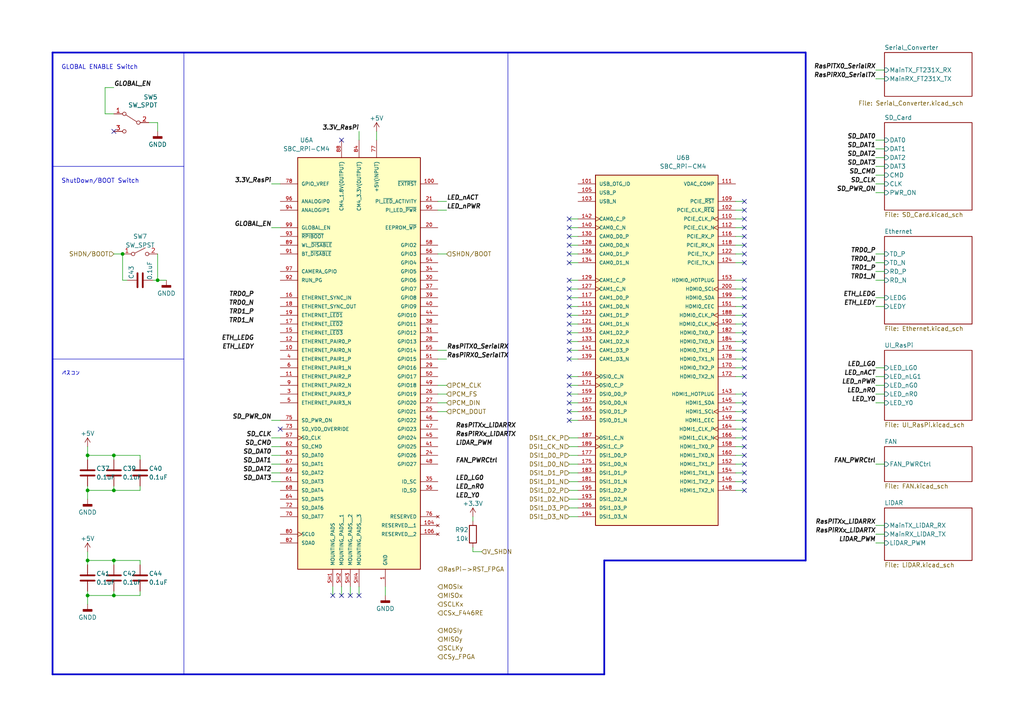
<source format=kicad_sch>
(kicad_sch (version 20230121) (generator eeschema)
  (paper "A4")
  (junction (at 35.56 73.66))
  (junction (at 33.02 172.72))
  (junction (at 25.4 142.24))
  (junction (at 25.4 172.72))
  (junction (at 25.4 162.56))
  (junction (at 33.02 162.56))
  (junction (at 33.02 142.24))
  (junction (at 33.02 132.08))
  (junction (at 25.4 132.08))
  (junction (at 45.72 81.28))
  (no_connect (at 215.9 116.84))
  (no_connect (at 215.9 119.38))
  (no_connect (at 215.9 101.6))
  (no_connect (at 215.9 66.04))
  (no_connect (at 165.1 116.84))
  (no_connect (at 215.9 106.68))
  (no_connect (at 215.9 83.82))
  (no_connect (at 101.6 172.72))
  (no_connect (at 99.06 172.72))
  (no_connect (at 215.9 127))
  (no_connect (at 33.02 38.1))
  (no_connect (at 215.9 99.06))
  (no_connect (at 215.9 86.36))
  (no_connect (at 215.9 114.3))
  (no_connect (at 215.9 81.28))
  (no_connect (at 165.1 81.28))
  (no_connect (at 165.1 66.04))
  (no_connect (at 81.28 124.46))
  (no_connect (at 96.52 172.72))
  (no_connect (at 165.1 71.12))
  (no_connect (at 215.9 109.22))
  (no_connect (at 165.1 91.44))
  (no_connect (at 215.9 139.7))
  (no_connect (at 165.1 86.36))
  (no_connect (at 165.1 99.06))
  (no_connect (at 165.1 101.6))
  (no_connect (at 165.1 119.38))
  (no_connect (at 215.9 96.52))
  (no_connect (at 165.1 76.2))
  (no_connect (at 165.1 114.3))
  (no_connect (at 215.9 137.16))
  (no_connect (at 215.9 142.24))
  (no_connect (at 215.9 104.14))
  (no_connect (at 165.1 109.22))
  (no_connect (at 215.9 76.2))
  (no_connect (at 215.9 124.46))
  (no_connect (at 165.1 104.14))
  (no_connect (at 215.9 121.92))
  (no_connect (at 215.9 71.12))
  (no_connect (at 165.1 111.76))
  (no_connect (at 215.9 68.58))
  (no_connect (at 165.1 73.66))
  (no_connect (at 215.9 129.54))
  (no_connect (at 215.9 91.44))
  (no_connect (at 215.9 60.96))
  (no_connect (at 215.9 63.5))
  (no_connect (at 215.9 132.08))
  (no_connect (at 215.9 58.42))
  (no_connect (at 165.1 121.92))
  (no_connect (at 165.1 68.58))
  (no_connect (at 99.06 40.64))
  (no_connect (at 215.9 88.9))
  (no_connect (at 165.1 93.98))
  (no_connect (at 165.1 63.5))
  (no_connect (at 104.14 172.72))
  (no_connect (at 165.1 83.82))
  (no_connect (at 165.1 96.52))
  (no_connect (at 215.9 73.66))
  (no_connect (at 165.1 88.9))
  (no_connect (at 215.9 93.98))
  (no_connect (at 215.9 134.62))
  (wire (pts (xy 213.36 99.06) (xy 215.9 99.06)))
  (wire (pts (xy 165.1 129.54) (xy 167.64 129.54)))
  (wire (pts (xy 254 78.74) (xy 256.54 78.74)))
  (wire (pts (xy 254 50.8) (xy 256.54 50.8)))
  (wire (pts (xy 254 81.28) (xy 256.54 81.28)))
  (wire (pts (xy 254 152.4) (xy 256.54 152.4)))
  (wire (pts (xy 25.4 142.24) (xy 25.4 144.78)))
  (wire (pts (xy 127 60.96) (xy 129.54 60.96)))
  (wire (pts (xy 254 22.86) (xy 256.54 22.86)))
  (wire (pts (xy 254 86.36) (xy 256.54 86.36)))
  (wire (pts (xy 33.02 162.56) (xy 40.64 162.56)))
  (wire (pts (xy 165.1 66.04) (xy 167.64 66.04)))
  (wire (pts (xy 165.1 134.62) (xy 167.64 134.62)))
  (wire (pts (xy 165.1 104.14) (xy 167.64 104.14)))
  (wire (pts (xy 25.4 171.45) (xy 25.4 172.72)))
  (wire (pts (xy 165.1 149.86) (xy 167.64 149.86)))
  (wire (pts (xy 78.74 137.16) (xy 81.28 137.16)))
  (wire (pts (xy 43.18 35.56) (xy 45.72 35.56)))
  (wire (pts (xy 127 101.6) (xy 129.54 101.6)))
  (wire (pts (xy 165.1 83.82) (xy 167.64 83.82)))
  (wire (pts (xy 33.02 132.08) (xy 40.64 132.08)))
  (wire (pts (xy 127 111.76) (xy 129.54 111.76)))
  (wire (pts (xy 33.02 73.66) (xy 35.56 73.66)))
  (wire (pts (xy 45.72 73.66) (xy 45.72 81.28)))
  (wire (pts (xy 213.36 106.68) (xy 215.9 106.68)))
  (wire (pts (xy 101.6 170.18) (xy 101.6 172.72)))
  (wire (pts (xy 45.72 81.28) (xy 48.26 81.28)))
  (wire (pts (xy 33.02 142.24) (xy 40.64 142.24)))
  (wire (pts (xy 40.64 171.45) (xy 40.64 172.72)))
  (wire (pts (xy 137.16 160.02) (xy 139.7 160.02)))
  (wire (pts (xy 78.74 127) (xy 81.28 127)))
  (wire (pts (xy 213.36 129.54) (xy 215.9 129.54)))
  (wire (pts (xy 213.36 132.08) (xy 215.9 132.08)))
  (wire (pts (xy 213.36 137.16) (xy 215.9 137.16)))
  (wire (pts (xy 165.1 93.98) (xy 167.64 93.98)))
  (wire (pts (xy 213.36 139.7) (xy 215.9 139.7)))
  (wire (pts (xy 45.72 81.28) (xy 44.45 81.28)))
  (wire (pts (xy 25.4 140.97) (xy 25.4 142.24)))
  (wire (pts (xy 165.1 121.92) (xy 167.64 121.92)))
  (wire (pts (xy 165.1 114.3) (xy 167.64 114.3)))
  (wire (pts (xy 127 104.14) (xy 129.54 104.14)))
  (wire (pts (xy 165.1 101.6) (xy 167.64 101.6)))
  (wire (pts (xy 213.36 86.36) (xy 215.9 86.36)))
  (wire (pts (xy 213.36 68.58) (xy 215.9 68.58)))
  (polyline (pts (xy 175.26 162.56) (xy 233.68 162.56)) (stroke (width 0.5) (type solid)))
  (wire (pts (xy 165.1 144.78) (xy 167.64 144.78)))
  (polyline (pts (xy 15.24 15.24) (xy 233.68 15.24)) (stroke (width 0.5) (type solid)))
  (wire (pts (xy 25.4 162.56) (xy 25.4 163.83)))
  (wire (pts (xy 213.36 76.2) (xy 215.9 76.2)))
  (wire (pts (xy 78.74 66.04) (xy 81.28 66.04)))
  (wire (pts (xy 78.74 134.62) (xy 81.28 134.62)))
  (wire (pts (xy 33.02 172.72) (xy 40.64 172.72)))
  (wire (pts (xy 78.74 129.54) (xy 81.28 129.54)))
  (wire (pts (xy 165.1 127) (xy 167.64 127)))
  (wire (pts (xy 35.56 81.28) (xy 36.83 81.28)))
  (polyline (pts (xy 147.32 15.24) (xy 147.32 195.58)) (stroke (width 0) (type solid)))
  (wire (pts (xy 165.1 119.38) (xy 167.64 119.38)))
  (wire (pts (xy 213.36 142.24) (xy 215.9 142.24)))
  (wire (pts (xy 213.36 96.52) (xy 215.9 96.52)))
  (wire (pts (xy 254 20.32) (xy 256.54 20.32)))
  (polyline (pts (xy 175.26 195.58) (xy 175.26 162.56)) (stroke (width 0.5) (type solid)))
  (wire (pts (xy 104.14 170.18) (xy 104.14 172.72)))
  (wire (pts (xy 165.1 142.24) (xy 167.64 142.24)))
  (wire (pts (xy 165.1 91.44) (xy 167.64 91.44)))
  (wire (pts (xy 254 43.18) (xy 256.54 43.18)))
  (wire (pts (xy 213.36 88.9) (xy 215.9 88.9)))
  (polyline (pts (xy 53.34 104.14) (xy 15.24 104.14)) (stroke (width 0) (type solid)))
  (wire (pts (xy 165.1 99.06) (xy 167.64 99.06)))
  (wire (pts (xy 33.02 132.08) (xy 33.02 133.35)))
  (wire (pts (xy 165.1 116.84) (xy 167.64 116.84)))
  (wire (pts (xy 127 119.38) (xy 129.54 119.38)))
  (wire (pts (xy 213.36 91.44) (xy 215.9 91.44)))
  (wire (pts (xy 25.4 129.54) (xy 25.4 132.08)))
  (polyline (pts (xy 53.34 15.24) (xy 53.34 195.58)) (stroke (width 0) (type solid)))
  (wire (pts (xy 254 134.62) (xy 256.54 134.62)))
  (wire (pts (xy 254 48.26) (xy 256.54 48.26)))
  (wire (pts (xy 254 53.34) (xy 256.54 53.34)))
  (wire (pts (xy 254 76.2) (xy 256.54 76.2)))
  (wire (pts (xy 213.36 73.66) (xy 215.9 73.66)))
  (wire (pts (xy 40.64 140.97) (xy 40.64 142.24)))
  (wire (pts (xy 99.06 170.18) (xy 99.06 172.72)))
  (wire (pts (xy 165.1 73.66) (xy 167.64 73.66)))
  (wire (pts (xy 213.36 63.5) (xy 215.9 63.5)))
  (wire (pts (xy 213.36 116.84) (xy 215.9 116.84)))
  (wire (pts (xy 78.74 121.92) (xy 81.28 121.92)))
  (wire (pts (xy 254 111.76) (xy 256.54 111.76)))
  (wire (pts (xy 213.36 104.14) (xy 215.9 104.14)))
  (wire (pts (xy 213.36 124.46) (xy 215.9 124.46)))
  (wire (pts (xy 33.02 172.72) (xy 33.02 171.45)))
  (wire (pts (xy 213.36 93.98) (xy 215.9 93.98)))
  (wire (pts (xy 213.36 101.6) (xy 215.9 101.6)))
  (wire (pts (xy 25.4 142.24) (xy 33.02 142.24)))
  (wire (pts (xy 137.16 158.75) (xy 137.16 160.02)))
  (wire (pts (xy 33.02 162.56) (xy 33.02 163.83)))
  (wire (pts (xy 213.36 60.96) (xy 215.9 60.96)))
  (wire (pts (xy 254 116.84) (xy 256.54 116.84)))
  (wire (pts (xy 33.02 25.4) (xy 30.48 25.4)))
  (wire (pts (xy 165.1 111.76) (xy 167.64 111.76)))
  (wire (pts (xy 165.1 96.52) (xy 167.64 96.52)))
  (wire (pts (xy 25.4 162.56) (xy 33.02 162.56)))
  (wire (pts (xy 35.56 73.66) (xy 35.56 81.28)))
  (wire (pts (xy 165.1 137.16) (xy 167.64 137.16)))
  (wire (pts (xy 213.36 109.22) (xy 215.9 109.22)))
  (wire (pts (xy 127 73.66) (xy 129.54 73.66)))
  (wire (pts (xy 213.36 127) (xy 215.9 127)))
  (wire (pts (xy 254 88.9) (xy 256.54 88.9)))
  (wire (pts (xy 254 157.48) (xy 256.54 157.48)))
  (wire (pts (xy 213.36 83.82) (xy 215.9 83.82)))
  (wire (pts (xy 40.64 162.56) (xy 40.64 163.83)))
  (polyline (pts (xy 53.34 48.26) (xy 15.24 48.26)) (stroke (width 0) (type solid)))
  (wire (pts (xy 127 116.84) (xy 129.54 116.84)))
  (wire (pts (xy 165.1 81.28) (xy 167.64 81.28)))
  (wire (pts (xy 213.36 119.38) (xy 215.9 119.38)))
  (wire (pts (xy 45.72 38.1) (xy 45.72 35.56)))
  (wire (pts (xy 165.1 147.32) (xy 167.64 147.32)))
  (wire (pts (xy 213.36 71.12) (xy 215.9 71.12)))
  (wire (pts (xy 213.36 66.04) (xy 215.9 66.04)))
  (polyline (pts (xy 233.68 162.56) (xy 233.68 15.24)) (stroke (width 0.5) (type solid)))
  (wire (pts (xy 213.36 134.62) (xy 215.9 134.62)))
  (wire (pts (xy 109.22 38.1) (xy 109.22 40.64)))
  (wire (pts (xy 254 45.72) (xy 256.54 45.72)))
  (wire (pts (xy 40.64 132.08) (xy 40.64 133.35)))
  (wire (pts (xy 96.52 170.18) (xy 96.52 172.72)))
  (wire (pts (xy 25.4 172.72) (xy 25.4 175.26)))
  (wire (pts (xy 254 73.66) (xy 256.54 73.66)))
  (wire (pts (xy 213.36 81.28) (xy 215.9 81.28)))
  (wire (pts (xy 213.36 121.92) (xy 215.9 121.92)))
  (wire (pts (xy 165.1 132.08) (xy 167.64 132.08)))
  (wire (pts (xy 254 55.88) (xy 256.54 55.88)))
  (wire (pts (xy 25.4 172.72) (xy 33.02 172.72)))
  (wire (pts (xy 165.1 88.9) (xy 167.64 88.9)))
  (polyline (pts (xy 15.24 195.58) (xy 175.26 195.58)) (stroke (width 0.5) (type solid)))
  (wire (pts (xy 30.48 25.4) (xy 30.48 33.02)))
  (wire (pts (xy 254 154.94) (xy 256.54 154.94)))
  (wire (pts (xy 78.74 132.08) (xy 81.28 132.08)))
  (wire (pts (xy 254 109.22) (xy 256.54 109.22)))
  (wire (pts (xy 254 114.3) (xy 256.54 114.3)))
  (wire (pts (xy 137.16 149.86) (xy 137.16 151.13)))
  (wire (pts (xy 165.1 76.2) (xy 167.64 76.2)))
  (wire (pts (xy 104.14 38.1) (xy 104.14 40.64)))
  (wire (pts (xy 78.74 53.34) (xy 81.28 53.34)))
  (wire (pts (xy 213.36 114.3) (xy 215.9 114.3)))
  (wire (pts (xy 25.4 160.02) (xy 25.4 162.56)))
  (wire (pts (xy 165.1 109.22) (xy 167.64 109.22)))
  (wire (pts (xy 111.76 170.18) (xy 111.76 172.72)))
  (wire (pts (xy 165.1 71.12) (xy 167.64 71.12)))
  (wire (pts (xy 30.48 33.02) (xy 33.02 33.02)))
  (polyline (pts (xy 15.24 15.24) (xy 15.24 195.58)) (stroke (width 0.5) (type solid)))
  (wire (pts (xy 165.1 139.7) (xy 167.64 139.7)))
  (wire (pts (xy 25.4 132.08) (xy 33.02 132.08)))
  (wire (pts (xy 254 106.68) (xy 256.54 106.68)))
  (wire (pts (xy 25.4 132.08) (xy 25.4 133.35)))
  (wire (pts (xy 127 114.3) (xy 129.54 114.3)))
  (wire (pts (xy 127 58.42) (xy 129.54 58.42)))
  (wire (pts (xy 254 40.64) (xy 256.54 40.64)))
  (wire (pts (xy 165.1 63.5) (xy 167.64 63.5)))
  (wire (pts (xy 213.36 58.42) (xy 215.9 58.42)))
  (wire (pts (xy 78.74 139.7) (xy 81.28 139.7)))
  (wire (pts (xy 165.1 86.36) (xy 167.64 86.36)))
  (wire (pts (xy 165.1 68.58) (xy 167.64 68.58)))
  (wire (pts (xy 33.02 140.97) (xy 33.02 142.24)))
  (text "GLOBAL_EN\nSHDN/BOOT(GPIO3)\nV_SHDN(電圧監視SHDN)" (at 88.9 -2.54 0) (effects (font (size 5.56 5.56)) (justify left bottom)))
  (text "GLOBAL ENABLE Switch" (at 17.78 20.32 0) (effects (font (size 1.27 1.27)) (justify left bottom)))
  (text "ShutDown/BOOT Switch" (at 17.78 53.34 0) (effects (font (size 1.27 1.27)) (justify left bottom)))
  (text "パスコン" (at 17.78 109.22 0) (effects (font (size 1.27 1.27)) (justify left bottom)))
  (label "LED_nPWR" (at 129.54 60.96 0) (effects (font (thickness 0.254) bold italic)))
  (label "LED_nR0" (at 254 114.3 180) (effects (font (thickness 0.254) bold italic)))
  (label "SD_DAT1" (at 78.74 134.62 180) (effects (font (thickness 0.254) bold italic)))
  (label "SD_DAT0" (at 78.74 132.08 180) (effects (font (thickness 0.254) bold italic)))
  (label "TRD0_P" (at 73.66 86.36 180) (effects (font (thickness 0.254) bold italic)))
  (label "LED_nR0" (at 132.08 142.24 0) (effects (font (thickness 0.254) bold italic)))
  (label "SD_DAT3" (at 78.74 139.7 180) (effects (font (thickness 0.254) bold italic)))
  (label "GLOBAL_EN" (at 78.74 66.04 180) (effects (font (thickness 0.254) bold italic)))
  (label "3.3V_RasPi" (at 78.74 53.34 180) (effects (font (thickness 0.254) bold italic)))
  (label "RasPiTXx_LiDARRX" (at 254 152.4 180) (effects (font (thickness 0.254) bold italic)))
  (label "TRD1_N" (at 254 81.28 180) (effects (font (thickness 0.254) bold italic)))
  (label "SD_CLK" (at 78.74 127 180) (effects (font (thickness 0.254) bold italic)))
  (label "ETH_LEDG" (at 254 86.36 180) (effects (font (thickness 0.254) bold italic)))
  (label "RasPiRX0_SerialTX" (at 254 22.86 180) (effects (font (thickness 0.254) bold italic)))
  (label "TRD0_N" (at 73.66 88.9 180) (effects (font (thickness 0.254) bold italic)))
  (label "SD_DAT1" (at 254 43.18 180) (effects (font (thickness 0.254) bold italic)))
  (label "FAN_PWRCtrl" (at 254 134.62 180) (effects (font (thickness 0.254) bold italic)))
  (label "3.3V_RasPi" (at 104.14 38.1 180) (effects (font (thickness 0.254) bold italic)))
  (label "ETH_LEDG" (at 73.66 99.06 180) (effects (font (thickness 0.254) bold italic)))
  (label "SD_DAT0" (at 254 40.64 180) (effects (font (thickness 0.254) bold italic)))
  (label "TRD0_P" (at 254 73.66 180) (effects (font (thickness 0.254) bold italic)))
  (label "FAN_PWRCtrl" (at 132.08 134.62 0) (effects (font (thickness 0.254) bold italic)))
  (label "RasPiRXx_LiDARTX" (at 132.08 127 0) (effects (font (thickness 0.254) bold italic)))
  (label "GLOBAL_EN" (at 33.02 25.4 0) (effects (font (thickness 0.254) bold italic)))
  (label "LiDAR_PWM" (at 254 157.48 180) (effects (font (thickness 0.254) bold italic)))
  (label "LiDAR_PWM" (at 132.08 129.54 0) (effects (font (thickness 0.254) bold italic)))
  (label "RasPiTXx_LiDARRX" (at 132.08 124.46 0) (effects (font (thickness 0.254) bold italic)))
  (label "TRD1_P" (at 73.66 91.44 180) (effects (font (thickness 0.254) bold italic)))
  (label "TRD1_N" (at 73.66 93.98 180) (effects (font (thickness 0.254) bold italic)))
  (label "SD_PWR_ON" (at 78.74 121.92 180) (effects (font (thickness 0.254) bold italic)))
  (label "SD_CMD" (at 78.74 129.54 180) (effects (font (thickness 0.254) bold italic)))
  (label "SD_CMD" (at 254 50.8 180) (effects (font (thickness 0.254) bold italic)))
  (label "SD_DAT3" (at 254 48.26 180) (effects (font (thickness 0.254) bold italic)))
  (label "ETH_LEDY" (at 73.66 101.6 180) (effects (font (thickness 0.254) bold italic)))
  (label "RasPiRX0_SerialTX" (at 129.54 104.14 0) (effects (font (thickness 0.254) bold italic)))
  (label "TRD0_N" (at 254 76.2 180) (effects (font (thickness 0.254) bold italic)))
  (label "SD_DAT2" (at 78.74 137.16 180) (effects (font (thickness 0.254) bold italic)))
  (label "RasPiTX0_SerialRX" (at 129.54 101.6 0) (effects (font (thickness 0.254) bold italic)))
  (label "RasPiRXx_LiDARTX" (at 254 154.94 180) (effects (font (thickness 0.254) bold italic)))
  (label "SD_CLK" (at 254 53.34 180) (effects (font (thickness 0.254) bold italic)))
  (label "SD_DAT2" (at 254 45.72 180) (effects (font (thickness 0.254) bold italic)))
  (label "SD_PWR_ON" (at 254 55.88 180) (effects (font (thickness 0.254) bold italic)))
  (label "ETH_LEDY" (at 254 88.9 180) (effects (font (thickness 0.254) bold italic)))
  (label "TRD1_P" (at 254 78.74 180) (effects (font (thickness 0.254) bold italic)))
  (label "LED_nACT" (at 129.54 58.42 0) (effects (font (thickness 0.254) bold italic)))
  (label "LED_nACT" (at 254 109.22 180) (effects (font (thickness 0.254) bold italic)))
  (label "LED_Y0" (at 132.08 144.78 0) (effects (font (thickness 0.254) bold italic)))
  (label "LED_LG0" (at 132.08 139.7 0) (effects (font (thickness 0.254) bold italic)))
  (label "LED_LG0" (at 254 106.68 180) (effects (font (thickness 0.254) bold italic)))
  (label "LED_nPWR" (at 254 111.76 180) (effects (font (thickness 0.254) bold italic)))
  (label "LED_Y0" (at 254 116.84 180) (effects (font (thickness 0.254) bold italic)))
  (label "RasPiTX0_SerialRX" (at 254 20.32 180) (effects (font (thickness 0.254) bold italic)))
  (hierarchical_label "PCM_DIN" (shape input) (at 129.54 116.84 0))
  (hierarchical_label "MISOx" (shape input) (at 127 172.72 0))
  (hierarchical_label "MOSIx" (shape input) (at 127 170.18 0))
  (hierarchical_label "DSI1_D3_N" (shape input) (at 165.1 149.86 180))
  (hierarchical_label "DSI1_CK_P" (shape input) (at 165.1 127 180))
  (hierarchical_label "PCM_CLK" (shape input) (at 129.54 111.76 0))
  (hierarchical_label "DSI1_D1_P" (shape input) (at 165.1 137.16 180))
  (hierarchical_label "DSI1_D2_N" (shape input) (at 165.1 144.78 180))
  (hierarchical_label "SCLKy" (shape input) (at 127 187.96 0))
  (hierarchical_label "PCM_FS" (shape input) (at 129.54 114.3 0))
  (hierarchical_label "DSI1_D0_P" (shape input) (at 165.1 132.08 180))
  (hierarchical_label "MOSIy" (shape input) (at 127 182.88 0))
  (hierarchical_label "SHDN{slash}BOOT" (shape input) (at 129.54 73.66 0))
  (hierarchical_label "DSI1_D1_N" (shape input) (at 165.1 139.7 180))
  (hierarchical_label "RasPi->RST_FPGA" (shape input) (at 127 165.1 0))
  (hierarchical_label "PCM_DOUT" (shape input) (at 129.54 119.38 0))
  (hierarchical_label "CSy_FPGA" (shape input) (at 127 190.5 0))
  (hierarchical_label "DSI1_D3_P" (shape input) (at 165.1 147.32 180))
  (hierarchical_label "DSI1_CK_N" (shape input) (at 165.1 129.54 180))
  (hierarchical_label "V_SHDN" (shape input) (at 139.7 160.02 0))
  (hierarchical_label "DSI1_D0_N" (shape input) (at 165.1 134.62 180))
  (hierarchical_label "MISOy" (shape input) (at 127 185.42 0))
  (hierarchical_label "SCLKx" (shape input) (at 127 175.26 0))
  (hierarchical_label "CSx_F446RE" (shape input) (at 127 177.8 0))
  (hierarchical_label "SHDN{slash}BOOT" (shape input) (at 33.02 73.66 180))
  (hierarchical_label "DSI1_D2_P" (shape input) (at 165.1 142.24 180))
  (symbol (lib_id "power:GNDD") (at 45.72 38.1 0) (unit 1)
    (property "Reference" "#PWR0107" (effects hide))
    (property "Value" "GNDD" (at 45.72 41.91 0))
  )
  (symbol (lib_id "Device:C") (at 25.4 167.64 0) (unit 1)
    (property "Reference" "C41" (at 27.94 166.37 0) (effects (justify left)))
    (property "Value" "0.1uF" (at 27.94 168.91 0) (effects (justify left)))
    (property "Footprint" "Capacitor_SMD:C_0402_1005Metric" (effects hide))
  )
  (symbol (lib_id "power:GNDD") (at 48.26 81.28 0) (unit 1)
    (property "Reference" "#PWR0104" (effects hide))
    (property "Value" "GNDD" (at 48.26 85.09 0))
  )
  (symbol (lib_name "SBC_RPi-CM4_1") (lib_id "MyLibrary:SBC_RPi-CM4") (at 111.76 104.14 0) (unit 1)
    (property "Reference" "U6" (at 88.9 40.64 0))
    (property "Value" "SBC_RPi-CM4" (at 88.9 43.18 0))
    (property "Footprint" "MyLibrary:SBC_RPi-CM4" (effects hide))
    (property "PARTREV" "2021-10-12" (effects hide))
    (property "MANUFACTURER" "Raspberry Pi" (effects hide))
    (property "MAXIMUM_PACKAGE_HEIGHT" "5.188 mm" (effects hide))
    (property "STANDARD" "Manufacturer Recommendations" (effects hide))
  )
  (symbol (lib_id "power:GNDD") (at 111.76 172.72 0) (unit 1)
    (property "Reference" "#PWR079" (effects hide))
    (property "Value" "GNDD" (at 111.76 176.53 0))
  )
  (symbol (lib_id "Device:C") (at 40.64 81.28 90) (unit 1)
    (property "Reference" "C43" (at 38.1 78.994 0))
    (property "Value" "0.1uF" (at 43.434 78.486 0))
    (property "Footprint" "Capacitor_SMD:C_0402_1005Metric" (effects hide))
  )
  (symbol (lib_id "power:+5V") (at 109.22 38.1 0) (mirror y) (unit 1)
    (property "Reference" "#PWR076" (effects hide))
    (property "Value" "+5V" (at 109.22 34.29 0))
  )
  (symbol (lib_id "power:+3.3V") (at 137.16 149.86 0) (unit 1)
    (property "Reference" "#PWR0103" (effects hide))
    (property "Value" "+3.3V" (at 137.16 146.05 0))
  )
  (symbol (lib_id "Device:C") (at 33.02 167.64 0) (unit 1)
    (property "Reference" "C42" (at 35.56 166.37 0) (effects (justify left)))
    (property "Value" "0.1uF" (at 35.56 168.91 0) (effects (justify left)))
    (property "Footprint" "Capacitor_SMD:C_0402_1005Metric" (effects hide))
  )
  (symbol (lib_id "Device:R") (at 137.16 154.94 0) (mirror y) (unit 1)
    (property "Reference" "R92" (at 135.89 153.67 0) (effects (justify left)))
    (property "Value" "10k" (at 135.89 156.21 0) (effects (justify left)))
    (property "Footprint" "Resistor_SMD:R_0402_1005Metric" (effects hide))
  )
  (symbol (lib_id "power:GNDD") (at 25.4 175.26 0) (unit 1)
    (property "Reference" "#PWR0122" (effects hide))
    (property "Value" "GNDD" (at 25.4 179.07 0))
  )
  (symbol (lib_id "power:+5V") (at 25.4 129.54 0) (mirror y) (unit 1)
    (property "Reference" "#PWR080" (effects hide))
    (property "Value" "+5V" (at 25.4 125.73 0))
  )
  (symbol (lib_id "power:GNDD") (at 25.4 144.78 0) (unit 1)
    (property "Reference" "#PWR096" (effects hide))
    (property "Value" "GNDD" (at 25.4 148.59 0))
  )
  (symbol (lib_id "Device:C") (at 25.4 137.16 0) (unit 1)
    (property "Reference" "C37" (at 27.94 135.89 0) (effects (justify left)))
    (property "Value" "0.1uF" (at 27.94 138.43 0) (effects (justify left)))
    (property "Footprint" "Capacitor_SMD:C_0402_1005Metric" (effects hide))
  )
  (symbol (lib_id "Switch:SW_SPST") (at 40.64 73.66 0) (unit 1)
    (property "Reference" "SW7" (at 40.64 68.58 0))
    (property "Value" "SW_SPST" (at 40.64 71.12 0))
    (property "Footprint" "Button_Switch_SMD:SW_SPST_Omron_B3FS-100xP" (effects hide))
  )
  (symbol (lib_id "Device:C") (at 33.02 137.16 0) (unit 1)
    (property "Reference" "C39" (at 35.56 135.89 0) (effects (justify left)))
    (property "Value" "0.1uF" (at 35.56 138.43 0) (effects (justify left)))
    (property "Footprint" "Capacitor_SMD:C_0402_1005Metric" (effects hide))
  )
  (symbol (lib_id "MyLibrary:SBC_RPi-CM4") (at 198.12 101.6 0) (unit 2)
    (property "Reference" "U6" (at 198.12 45.72 0))
    (property "Value" "SBC_RPi-CM4" (at 198.12 48.26 0))
    (property "Footprint" "MyLibrary:SBC_RPi-CM4" (effects hide))
    (property "PARTREV" "2021-10-12" (effects hide))
    (property "MANUFACTURER" "Raspberry Pi" (effects hide))
    (property "MAXIMUM_PACKAGE_HEIGHT" "5.188 mm" (effects hide))
    (property "STANDARD" "Manufacturer Recommendations" (effects hide))
  )
  (symbol (lib_id "Switch:SW_SPDT") (at 38.1 35.56 0) (mirror y) (unit 1)
    (property "Reference" "SW5" (at 45.72 28.1686 0) (effects (justify left)))
    (property "Value" "SW_SPDT" (at 45.72 30.48 0) (effects (justify left)))
    (property "Footprint" "MyLibrary:SW_Slide_3P_SPDT" (effects hide))
  )
  (symbol (lib_id "Device:C") (at 40.64 167.64 0) (unit 1)
    (property "Reference" "C44" (at 43.18 166.37 0) (effects (justify left)))
    (property "Value" "0.1uF" (at 43.18 168.91 0) (effects (justify left)))
    (property "Footprint" "Capacitor_SMD:C_0402_1005Metric" (effects hide))
  )
  (symbol (lib_id "Device:C") (at 40.64 137.16 0) (unit 1)
    (property "Reference" "C40" (at 43.18 135.89 0) (effects (justify left)))
    (property "Value" "0.1uF" (at 43.18 138.43 0) (effects (justify left)))
    (property "Footprint" "Capacitor_SMD:C_0402_1005Metric" (effects hide))
  )
  (symbol (lib_id "power:+5V") (at 25.4 160.02 0) (mirror y) (unit 1)
    (property "Reference" "#PWR0118" (effects hide))
    (property "Value" "+5V" (at 25.4 156.21 0))
  )
  (sheet (at 256.54 68.58) (size 25.4 25.4) (stroke (width 0.1524))
    (property "Sheetname" "Ethernet" (at 256.54 67.8684 0) (effects (justify left bottom)))
    (property "Sheetfile" "Ethernet.kicad_sch" (at 256.54 94.5646 0) (effects (justify left top)))
    (pin "RD_P" input (at 256.54 78.74 180))
    (pin "TD_N" input (at 256.54 76.2 180))
    (pin "TD_P" input (at 256.54 73.66 180))
    (pin "RD_N" input (at 256.54 81.28 180))
    (pin "LEDY" input (at 256.54 88.9 180))
    (pin "LEDG" input (at 256.54 86.36 180))
  )
  (sheet (at 256.54 35.56) (size 25.4 25.4) (stroke (width 0.1524))
    (property "Sheetname" "SD_Card" (at 256.54 34.8484 0) (effects (justify left bottom)))
    (property "Sheetfile" "SD_Card.kicad_sch" (at 256.54 61.5446 0) (effects (justify left top)))
    (pin "DAT2" input (at 256.54 45.72 180))
    (pin "DAT3" input (at 256.54 48.26 180))
    (pin "DAT1" input (at 256.54 43.18 180))
    (pin "DAT0" input (at 256.54 40.64 180))
    (pin "CLK" input (at 256.54 53.34 180))
    (pin "CMD" input (at 256.54 50.8 180))
    (pin "PWR_ON" input (at 256.54 55.88 180))
  )
  (sheet (at 256.54 15.24) (size 25.4 12.7) (stroke (width 0.1524))
    (property "Sheetname" "Serial_Converter" (at 256.54 14.5284 0) (effects (justify left bottom)))
    (property "Sheetfile" "Serial_Converter.kicad_sch" (at 248.92 29.21 0) (effects (justify left top)))
    (pin "MainRX_FT231X_TX" input (at 256.54 22.86 180))
    (pin "MainTX_FT231X_RX" input (at 256.54 20.32 180))
  )
  (sheet (at 256.54 101.6) (size 25.4 20.32) (stroke (width 0.1524))
    (property "Sheetname" "UI_RasPi" (at 256.54 100.8884 0) (effects (justify left bottom)))
    (property "Sheetfile" "UI_RasPi.kicad_sch" (at 256.54 122.5046 0) (effects (justify left top)))
    (pin "LED_nLG1" input (at 256.54 109.22 180))
    (pin "LED_LG0" input (at 256.54 106.68 180))
    (pin "LED_nG0" input (at 256.54 111.76 180))
    (pin "LED_nR0" input (at 256.54 114.3 180))
    (pin "LED_Y0" input (at 256.54 116.84 180))
  )
  (sheet (at 256.54 147.32) (size 25.4 15.24) (stroke (width 0.1524))
    (property "Sheetname" "LiDAR" (at 256.54 146.6084 0) (effects (justify left bottom)))
    (property "Sheetfile" "LiDAR.kicad_sch" (at 256.54 163.1446 0) (effects (justify left top)))
    (pin "LiDAR_PWM" input (at 256.54 157.48 180))
    (pin "MainRX_LiDAR_TX" input (at 256.54 154.94 180))
    (pin "MainTX_LiDAR_RX" input (at 256.54 152.4 180))
  )
  (sheet (at 256.54 129.54) (size 25.4 10.16) (stroke (width 0.1524))
    (property "Sheetname" "FAN" (at 256.54 128.8284 0) (effects (justify left bottom)))
    (property "Sheetfile" "FAN.kicad_sch" (at 256.54 140.2846 0) (effects (justify left top)))
    (pin "FAN_PWRCtrl" input (at 256.54 134.62 180))
  )
)
</source>
